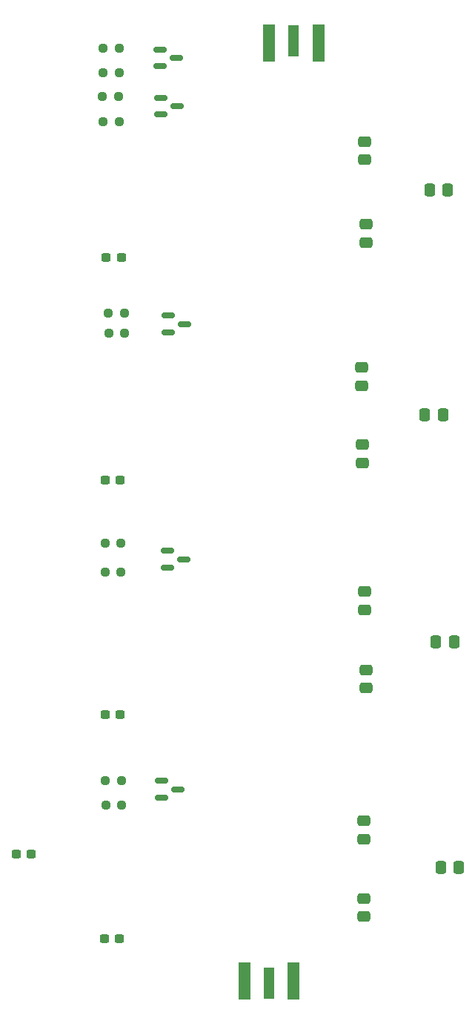
<source format=gbr>
%TF.GenerationSoftware,KiCad,Pcbnew,(6.0.2)*%
%TF.CreationDate,2022-11-21T15:37:21-08:00*%
%TF.ProjectId,preselector,70726573-656c-4656-9374-6f722e6b6963,rev?*%
%TF.SameCoordinates,PX5028050PY8f935f0*%
%TF.FileFunction,Paste,Top*%
%TF.FilePolarity,Positive*%
%FSLAX46Y46*%
G04 Gerber Fmt 4.6, Leading zero omitted, Abs format (unit mm)*
G04 Created by KiCad (PCBNEW (6.0.2)) date 2022-11-21 15:37:21*
%MOMM*%
%LPD*%
G01*
G04 APERTURE LIST*
G04 Aperture macros list*
%AMRoundRect*
0 Rectangle with rounded corners*
0 $1 Rounding radius*
0 $2 $3 $4 $5 $6 $7 $8 $9 X,Y pos of 4 corners*
0 Add a 4 corners polygon primitive as box body*
4,1,4,$2,$3,$4,$5,$6,$7,$8,$9,$2,$3,0*
0 Add four circle primitives for the rounded corners*
1,1,$1+$1,$2,$3*
1,1,$1+$1,$4,$5*
1,1,$1+$1,$6,$7*
1,1,$1+$1,$8,$9*
0 Add four rect primitives between the rounded corners*
20,1,$1+$1,$2,$3,$4,$5,0*
20,1,$1+$1,$4,$5,$6,$7,0*
20,1,$1+$1,$6,$7,$8,$9,0*
20,1,$1+$1,$8,$9,$2,$3,0*%
G04 Aperture macros list end*
%ADD10RoundRect,0.250000X-0.475000X0.337500X-0.475000X-0.337500X0.475000X-0.337500X0.475000X0.337500X0*%
%ADD11RoundRect,0.237500X-0.300000X-0.237500X0.300000X-0.237500X0.300000X0.237500X-0.300000X0.237500X0*%
%ADD12RoundRect,0.237500X0.250000X0.237500X-0.250000X0.237500X-0.250000X-0.237500X0.250000X-0.237500X0*%
%ADD13RoundRect,0.250000X-0.337500X-0.475000X0.337500X-0.475000X0.337500X0.475000X-0.337500X0.475000X0*%
%ADD14RoundRect,0.150000X-0.587500X-0.150000X0.587500X-0.150000X0.587500X0.150000X-0.587500X0.150000X0*%
%ADD15R,1.270000X3.600000*%
%ADD16R,1.350000X4.200000*%
G04 APERTURE END LIST*
D10*
%TO.C,C7*%
X43650000Y98387500D03*
X43650000Y96312500D03*
%TD*%
D11*
%TO.C,C1*%
X14087500Y85150000D03*
X15812500Y85150000D03*
%TD*%
D12*
%TO.C,R5*%
X15562500Y100650000D03*
X13737500Y100650000D03*
%TD*%
D13*
%TO.C,C5*%
X51062500Y92900000D03*
X53137500Y92900000D03*
%TD*%
D12*
%TO.C,R9*%
X15762500Y49300000D03*
X13937500Y49300000D03*
%TD*%
D10*
%TO.C,C13*%
X43750000Y38137500D03*
X43750000Y36062500D03*
%TD*%
%TO.C,C4*%
X43350000Y63837500D03*
X43350000Y61762500D03*
%TD*%
D14*
%TO.C,Q3*%
X21162500Y78550000D03*
X21162500Y76650000D03*
X23037500Y77600000D03*
%TD*%
D10*
%TO.C,C17*%
X43650000Y47037500D03*
X43650000Y44962500D03*
%TD*%
D12*
%TO.C,R7*%
X15775000Y52600000D03*
X13950000Y52600000D03*
%TD*%
D13*
%TO.C,C15*%
X51762500Y41350000D03*
X53837500Y41350000D03*
%TD*%
D14*
%TO.C,Q5*%
X20412500Y25450000D03*
X20412500Y23550000D03*
X22287500Y24500000D03*
%TD*%
D15*
%TO.C,J7*%
X32700000Y2400000D03*
D16*
X35525000Y2600000D03*
X29875000Y2600000D03*
%TD*%
D12*
%TO.C,R2*%
X15562500Y106250000D03*
X13737500Y106250000D03*
%TD*%
D13*
%TO.C,C14*%
X52300000Y15600000D03*
X54375000Y15600000D03*
%TD*%
D11*
%TO.C,C11*%
X13900000Y7450000D03*
X15625000Y7450000D03*
%TD*%
D10*
%TO.C,C3*%
X43750000Y88987500D03*
X43750000Y86912500D03*
%TD*%
D12*
%TO.C,R3*%
X15462500Y103550000D03*
X13637500Y103550000D03*
%TD*%
D11*
%TO.C,C10*%
X13937500Y33050000D03*
X15662500Y33050000D03*
%TD*%
D15*
%TO.C,J8*%
X35500000Y109887500D03*
D16*
X38325000Y109687500D03*
X32675000Y109687500D03*
%TD*%
D13*
%TO.C,C6*%
X50512500Y67250000D03*
X52587500Y67250000D03*
%TD*%
D10*
%TO.C,C12*%
X43550000Y12037500D03*
X43550000Y9962500D03*
%TD*%
D11*
%TO.C,C9*%
X3787500Y17100000D03*
X5512500Y17100000D03*
%TD*%
D14*
%TO.C,Q4*%
X21112500Y51700000D03*
X21112500Y49800000D03*
X22987500Y50750000D03*
%TD*%
D11*
%TO.C,C2*%
X13937500Y59750000D03*
X15662500Y59750000D03*
%TD*%
D14*
%TO.C,Q1*%
X20212500Y108900000D03*
X20212500Y107000000D03*
X22087500Y107950000D03*
%TD*%
D12*
%TO.C,R6*%
X16212500Y76500000D03*
X14387500Y76500000D03*
%TD*%
%TO.C,R8*%
X15812500Y25500000D03*
X13987500Y25500000D03*
%TD*%
%TO.C,R1*%
X15562500Y109050000D03*
X13737500Y109050000D03*
%TD*%
D10*
%TO.C,C8*%
X43250000Y72637500D03*
X43250000Y70562500D03*
%TD*%
D14*
%TO.C,Q2*%
X20312500Y103400000D03*
X20312500Y101500000D03*
X22187500Y102450000D03*
%TD*%
D10*
%TO.C,C16*%
X43500000Y20900000D03*
X43500000Y18825000D03*
%TD*%
D12*
%TO.C,R10*%
X15862500Y22700000D03*
X14037500Y22700000D03*
%TD*%
%TO.C,R4*%
X16162500Y78800000D03*
X14337500Y78800000D03*
%TD*%
M02*

</source>
